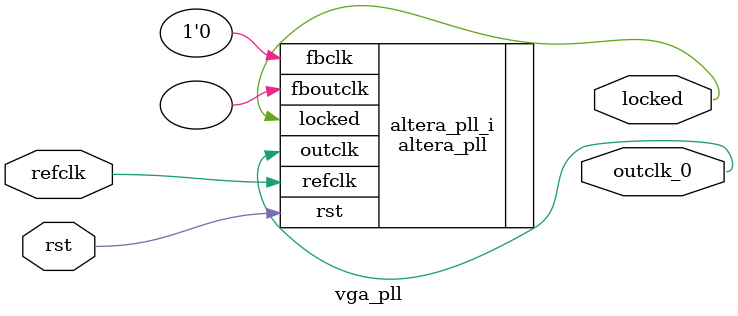
<source format=v>
`timescale 1ns/10ps
module  vga_pll(

	// interface 'refclk'
	input wire refclk,

	// interface 'reset'
	input wire rst,

	// interface 'outclk0'
	output wire outclk_0,

	// interface 'locked'
	output wire locked
);

	altera_pll #(
		.fractional_vco_multiplier("false"),
		.reference_clock_frequency("50.0 MHz"),
		.operation_mode("direct"),
		.number_of_clocks(1),
		.output_clock_frequency0("25.173611 MHz"),
		.phase_shift0("0 ps"),
		.duty_cycle0(50),
		.output_clock_frequency1("0 MHz"),
		.phase_shift1("0 ps"),
		.duty_cycle1(50),
		.output_clock_frequency2("0 MHz"),
		.phase_shift2("0 ps"),
		.duty_cycle2(50),
		.output_clock_frequency3("0 MHz"),
		.phase_shift3("0 ps"),
		.duty_cycle3(50),
		.output_clock_frequency4("0 MHz"),
		.phase_shift4("0 ps"),
		.duty_cycle4(50),
		.output_clock_frequency5("0 MHz"),
		.phase_shift5("0 ps"),
		.duty_cycle5(50),
		.output_clock_frequency6("0 MHz"),
		.phase_shift6("0 ps"),
		.duty_cycle6(50),
		.output_clock_frequency7("0 MHz"),
		.phase_shift7("0 ps"),
		.duty_cycle7(50),
		.output_clock_frequency8("0 MHz"),
		.phase_shift8("0 ps"),
		.duty_cycle8(50),
		.output_clock_frequency9("0 MHz"),
		.phase_shift9("0 ps"),
		.duty_cycle9(50),
		.output_clock_frequency10("0 MHz"),
		.phase_shift10("0 ps"),
		.duty_cycle10(50),
		.output_clock_frequency11("0 MHz"),
		.phase_shift11("0 ps"),
		.duty_cycle11(50),
		.output_clock_frequency12("0 MHz"),
		.phase_shift12("0 ps"),
		.duty_cycle12(50),
		.output_clock_frequency13("0 MHz"),
		.phase_shift13("0 ps"),
		.duty_cycle13(50),
		.output_clock_frequency14("0 MHz"),
		.phase_shift14("0 ps"),
		.duty_cycle14(50),
		.output_clock_frequency15("0 MHz"),
		.phase_shift15("0 ps"),
		.duty_cycle15(50),
		.output_clock_frequency16("0 MHz"),
		.phase_shift16("0 ps"),
		.duty_cycle16(50),
		.output_clock_frequency17("0 MHz"),
		.phase_shift17("0 ps"),
		.duty_cycle17(50),
		.pll_type("General"),
		.pll_subtype("General")
	) altera_pll_i (
		.rst	(rst),
		.outclk	({outclk_0}),
		.locked	(locked),
		.fboutclk	( ),
		.fbclk	(1'b0),
		.refclk	(refclk)
	);
endmodule


</source>
